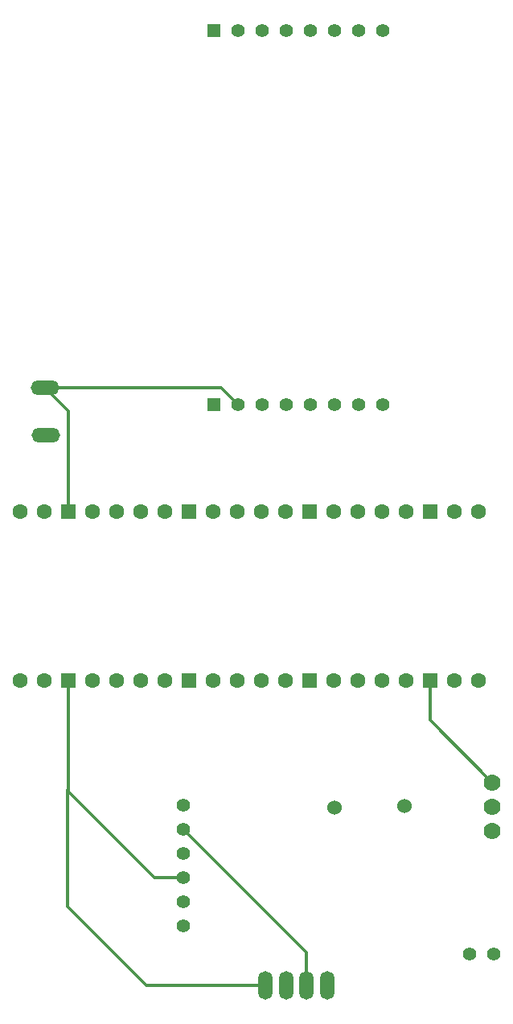
<source format=gbl>
G04 Layer: BottomLayer*
G04 EasyEDA v6.5.23, 2023-06-25 18:40:03*
G04 6b10e09a02d447a1920506d39c92bb1f,f3d5b93f6eed4f979a6c9236d77c88b5,10*
G04 Gerber Generator version 0.2*
G04 Scale: 100 percent, Rotated: No, Reflected: No *
G04 Dimensions in millimeters *
G04 leading zeros omitted , absolute positions ,4 integer and 5 decimal *
%FSLAX45Y45*%
%MOMM*%

%ADD10C,0.3000*%
%ADD11C,1.6000*%
%ADD12R,1.6000X1.6000*%
%ADD13R,1.3995X1.3995*%
%ADD14C,1.3995*%
%ADD15C,1.5240*%
%ADD16C,1.7780*%
%ADD17O,2.999994X1.524*%
%ADD18O,1.524X2.999994*%

%LPD*%
D10*
X2425700Y5524500D02*
G01*
X2247900Y5702300D01*
X393700Y5702300D01*
X1854200Y546100D02*
G01*
X1549400Y546100D01*
X635000Y1460500D01*
X637717Y1463217D01*
X637717Y2624810D01*
X2717800Y-584200D02*
G01*
X1460500Y-584200D01*
X635000Y241300D01*
X635000Y1475214D01*
X3149600Y-584200D02*
G01*
X3149600Y-241300D01*
X1854200Y1054100D01*
X393700Y5702300D02*
G01*
X637715Y5458284D01*
X637715Y4402782D01*
X5105400Y1549400D02*
G01*
X4447692Y2207107D01*
X4447692Y2624810D01*
D11*
G01*
X4955692Y2624810D03*
G01*
X4701692Y2624810D03*
D12*
G01*
X4447692Y2624810D03*
D11*
G01*
X4193692Y2624810D03*
G01*
X3939692Y2624810D03*
G01*
X3685692Y2624810D03*
G01*
X3431692Y2624810D03*
D12*
G01*
X3177717Y2624810D03*
D11*
G01*
X2923717Y2624810D03*
G01*
X2669717Y2624810D03*
G01*
X129717Y2624810D03*
G01*
X383717Y2624810D03*
D12*
G01*
X637717Y2624810D03*
D11*
G01*
X891717Y2624810D03*
G01*
X1145717Y2624810D03*
G01*
X1399717Y2624810D03*
G01*
X1653717Y2624810D03*
D12*
G01*
X1907717Y2624810D03*
D11*
G01*
X2161717Y2624810D03*
G01*
X2415717Y2624810D03*
G01*
X2415717Y4402785D03*
G01*
X2161717Y4402785D03*
D12*
G01*
X1907717Y4402785D03*
D11*
G01*
X1653717Y4402785D03*
G01*
X1399717Y4402785D03*
G01*
X1145717Y4402785D03*
G01*
X891717Y4402785D03*
D12*
G01*
X637717Y4402785D03*
D11*
G01*
X383717Y4402785D03*
G01*
X129717Y4402785D03*
G01*
X2669717Y4402785D03*
G01*
X2923717Y4402785D03*
D12*
G01*
X3177717Y4402785D03*
D11*
G01*
X3431692Y4402785D03*
G01*
X3685692Y4402785D03*
G01*
X3939692Y4402785D03*
G01*
X4193692Y4402785D03*
D12*
G01*
X4447692Y4402785D03*
D11*
G01*
X4701692Y4402785D03*
G01*
X4955692Y4402785D03*
D13*
G01*
X2171700Y5524500D03*
D14*
G01*
X2425700Y5524500D03*
G01*
X2679700Y5524500D03*
G01*
X2933700Y5524500D03*
G01*
X3187700Y5524500D03*
G01*
X3441700Y5524500D03*
G01*
X3695700Y5524500D03*
G01*
X3949700Y5524500D03*
D13*
G01*
X2171700Y9461500D03*
D14*
G01*
X2425700Y9461500D03*
G01*
X2679700Y9461500D03*
G01*
X2933700Y9461500D03*
G01*
X3187700Y9461500D03*
G01*
X3441700Y9461500D03*
G01*
X3695700Y9461500D03*
G01*
X3949700Y9461500D03*
D15*
G01*
X4178300Y1301750D03*
G01*
X3441700Y1289050D03*
D16*
G01*
X5105400Y1041400D03*
G01*
X5105400Y1295400D03*
G01*
X5105400Y1549400D03*
D14*
G01*
X1854200Y292100D03*
G01*
X1854200Y546100D03*
G01*
X1854200Y800100D03*
G01*
X1854200Y1054100D03*
G01*
X1854200Y1308100D03*
G01*
X1854200Y38100D03*
G01*
X4864100Y-254000D03*
G01*
X5118100Y-254000D03*
D17*
G01*
X393700Y5702300D03*
D18*
G01*
X2717800Y-584200D03*
D17*
G01*
X406400Y5207000D03*
D18*
G01*
X2933700Y-584200D03*
G01*
X3149600Y-584200D03*
G01*
X3365500Y-584200D03*
M02*

</source>
